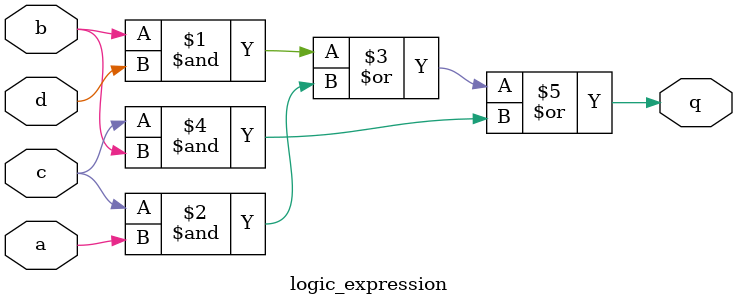
<source format=sv>
module logic_expression (
    input  logic a,
    input  logic b,
    input  logic c,
    input  logic d,
    output logic q
);

    assign q = (b & d) | (c & a) | (c & b);

endmodule
</source>
